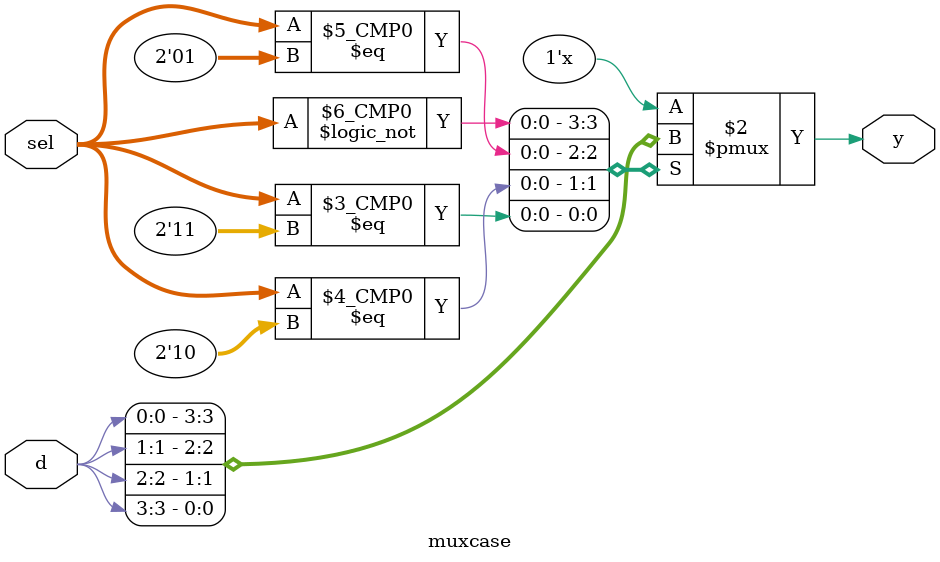
<source format=sv>

module muxcase(
    input  logic [3:0] d,
    input  logic [1:0] sel,
    output logic y
);
    always_comb begin
        case(sel)
            2'b00: y = d[0];
            2'b01: y = d[1];
            2'b10: y = d[2];
            2'b11: y = d[3];
        endcase
    end
endmodule

</source>
